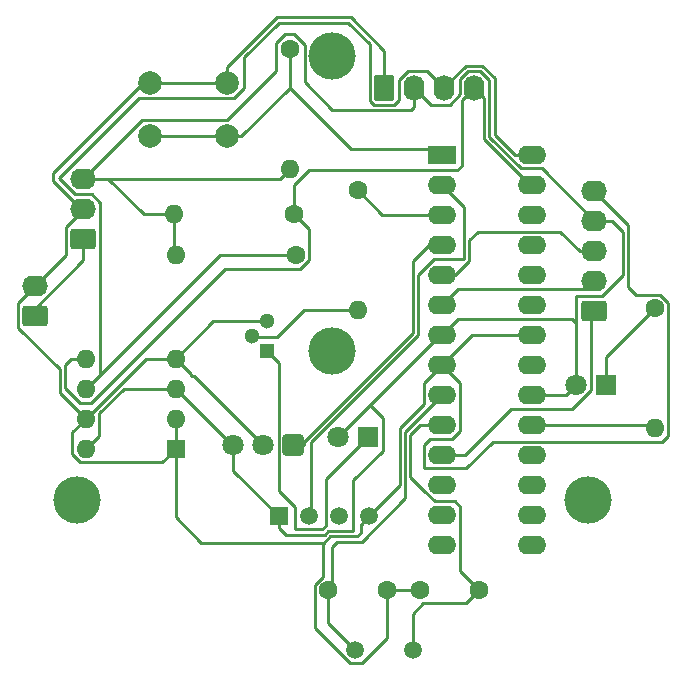
<source format=gbr>
%TF.GenerationSoftware,KiCad,Pcbnew,(6.0.7-1)-1*%
%TF.CreationDate,2022-10-17T13:14:10+05:30*%
%TF.ProjectId,Ac Temp Control ,41632054-656d-4702-9043-6f6e74726f6c,rev?*%
%TF.SameCoordinates,Original*%
%TF.FileFunction,Copper,L1,Top*%
%TF.FilePolarity,Positive*%
%FSLAX46Y46*%
G04 Gerber Fmt 4.6, Leading zero omitted, Abs format (unit mm)*
G04 Created by KiCad (PCBNEW (6.0.7-1)-1) date 2022-10-17 13:14:10*
%MOMM*%
%LPD*%
G01*
G04 APERTURE LIST*
G04 Aperture macros list*
%AMRoundRect*
0 Rectangle with rounded corners*
0 $1 Rounding radius*
0 $2 $3 $4 $5 $6 $7 $8 $9 X,Y pos of 4 corners*
0 Add a 4 corners polygon primitive as box body*
4,1,4,$2,$3,$4,$5,$6,$7,$8,$9,$2,$3,0*
0 Add four circle primitives for the rounded corners*
1,1,$1+$1,$2,$3*
1,1,$1+$1,$4,$5*
1,1,$1+$1,$6,$7*
1,1,$1+$1,$8,$9*
0 Add four rect primitives between the rounded corners*
20,1,$1+$1,$2,$3,$4,$5,0*
20,1,$1+$1,$4,$5,$6,$7,0*
20,1,$1+$1,$6,$7,$8,$9,0*
20,1,$1+$1,$8,$9,$2,$3,0*%
G04 Aperture macros list end*
%TA.AperFunction,ComponentPad*%
%ADD10R,2.400000X1.600000*%
%TD*%
%TA.AperFunction,ComponentPad*%
%ADD11O,2.400000X1.600000*%
%TD*%
%TA.AperFunction,ComponentPad*%
%ADD12C,1.500000*%
%TD*%
%TA.AperFunction,ComponentPad*%
%ADD13C,1.600000*%
%TD*%
%TA.AperFunction,ComponentPad*%
%ADD14O,1.600000X1.600000*%
%TD*%
%TA.AperFunction,ComponentPad*%
%ADD15RoundRect,0.250000X0.845000X-0.620000X0.845000X0.620000X-0.845000X0.620000X-0.845000X-0.620000X0*%
%TD*%
%TA.AperFunction,ComponentPad*%
%ADD16O,2.190000X1.740000*%
%TD*%
%TA.AperFunction,ComponentPad*%
%ADD17C,2.000000*%
%TD*%
%TA.AperFunction,ComponentPad*%
%ADD18R,1.600000X1.600000*%
%TD*%
%TA.AperFunction,ComponentPad*%
%ADD19RoundRect,0.250000X-0.620000X-0.845000X0.620000X-0.845000X0.620000X0.845000X-0.620000X0.845000X0*%
%TD*%
%TA.AperFunction,ComponentPad*%
%ADD20O,1.740000X2.190000*%
%TD*%
%TA.AperFunction,ComponentPad*%
%ADD21R,1.800000X1.800000*%
%TD*%
%TA.AperFunction,ComponentPad*%
%ADD22C,1.800000*%
%TD*%
%TA.AperFunction,ComponentPad*%
%ADD23RoundRect,0.250200X0.649800X0.649800X-0.649800X0.649800X-0.649800X-0.649800X0.649800X-0.649800X0*%
%TD*%
%TA.AperFunction,ComponentPad*%
%ADD24R,1.300000X1.300000*%
%TD*%
%TA.AperFunction,ComponentPad*%
%ADD25C,1.300000*%
%TD*%
%TA.AperFunction,ComponentPad*%
%ADD26R,1.500000X1.500000*%
%TD*%
%TA.AperFunction,ViaPad*%
%ADD27C,4.000000*%
%TD*%
%TA.AperFunction,Conductor*%
%ADD28C,0.250000*%
%TD*%
G04 APERTURE END LIST*
D10*
%TO.P,U1,1,~{RESET}/PC6*%
%TO.N,Net-(R3-Pad1)*%
X153781802Y-87906802D03*
D11*
%TO.P,U1,2,PD0*%
%TO.N,Net-(U1-Pad2)*%
X153781802Y-90446802D03*
%TO.P,U1,3,PD1*%
%TO.N,Net-(R1-Pad1)*%
X153781802Y-92986802D03*
%TO.P,U1,4,PD2*%
%TO.N,Net-(U1-Pad4)*%
X153781802Y-95526802D03*
%TO.P,U1,5,PD3*%
%TO.N,Net-(J2-Pad3)*%
X153781802Y-98066802D03*
%TO.P,U1,6,PD4*%
%TO.N,Net-(J2-Pad2)*%
X153781802Y-100606802D03*
%TO.P,U1,7,VCC*%
%TO.N,Net-(D1-Pad2)*%
X153781802Y-103146802D03*
%TO.P,U1,8,GND*%
%TO.N,GND*%
X153781802Y-105686802D03*
%TO.P,U1,9,XTAL1/PB6*%
%TO.N,Net-(C1-Pad1)*%
X153781802Y-108226802D03*
%TO.P,U1,10,XTAL2/PB7*%
%TO.N,Net-(C2-Pad1)*%
X153781802Y-110766802D03*
%TO.P,U1,11,PD5*%
%TO.N,Net-(J2-Pad1)*%
X153781802Y-113306802D03*
%TO.P,U1,12,PD6*%
%TO.N,unconnected-(U1-Pad12)*%
X153781802Y-115846802D03*
%TO.P,U1,13,PD7*%
%TO.N,unconnected-(U1-Pad13)*%
X153781802Y-118386802D03*
%TO.P,U1,14,PB0*%
%TO.N,unconnected-(U1-Pad14)*%
X153781802Y-120926802D03*
%TO.P,U1,15,PB1*%
%TO.N,unconnected-(U1-Pad15)*%
X161401802Y-120926802D03*
%TO.P,U1,16,PB2*%
%TO.N,unconnected-(U1-Pad16)*%
X161401802Y-118386802D03*
%TO.P,U1,17,PB3*%
%TO.N,unconnected-(U1-Pad17)*%
X161401802Y-115846802D03*
%TO.P,U1,18,PB4*%
%TO.N,unconnected-(U1-Pad18)*%
X161401802Y-113306802D03*
%TO.P,U1,19,PB5*%
%TO.N,Net-(R2-Pad2)*%
X161401802Y-110766802D03*
%TO.P,U1,20,AVCC*%
%TO.N,Net-(D1-Pad2)*%
X161401802Y-108226802D03*
%TO.P,U1,21,AREF*%
%TO.N,AREF*%
X161401802Y-105686802D03*
%TO.P,U1,22,GND*%
%TO.N,GND*%
X161401802Y-103146802D03*
%TO.P,U1,23,PC0*%
%TO.N,unconnected-(U1-Pad23)*%
X161401802Y-100606802D03*
%TO.P,U1,24,PC1*%
%TO.N,unconnected-(U1-Pad24)*%
X161401802Y-98066802D03*
%TO.P,U1,25,PC2*%
%TO.N,unconnected-(U1-Pad25)*%
X161401802Y-95526802D03*
%TO.P,U1,26,PC3*%
%TO.N,unconnected-(U1-Pad26)*%
X161401802Y-92986802D03*
%TO.P,U1,27,PC4*%
%TO.N,Net-(DISPLAY1-Pad4)*%
X161401802Y-90446802D03*
%TO.P,U1,28,PC5*%
%TO.N,Net-(DISPLAY1-Pad3)*%
X161401802Y-87906802D03*
%TD*%
D12*
%TO.P,Y1,1,1*%
%TO.N,Net-(C1-Pad1)*%
X146381802Y-129781802D03*
%TO.P,Y1,2,2*%
%TO.N,Net-(C2-Pad1)*%
X151281802Y-129781802D03*
%TD*%
D13*
%TO.P,R3,1*%
%TO.N,Net-(R3-Pad1)*%
X140881802Y-78901802D03*
D14*
%TO.P,R3,2*%
%TO.N,Net-(D1-Pad2)*%
X140881802Y-89061802D03*
%TD*%
D15*
%TO.P,VR1,1,IN*%
%TO.N,Net-(J1-Pad1)*%
X123401802Y-94971802D03*
D16*
%TO.P,VR1,2,GND*%
%TO.N,GND*%
X123401802Y-92431802D03*
%TO.P,VR1,3,OUT*%
%TO.N,Net-(D1-Pad2)*%
X123401802Y-89891802D03*
%TD*%
D17*
%TO.P,SW1,1,1*%
%TO.N,GND*%
X129081802Y-81781802D03*
X135581802Y-81781802D03*
%TO.P,SW1,2,2*%
%TO.N,Net-(R3-Pad1)*%
X129081802Y-86281802D03*
X135581802Y-86281802D03*
%TD*%
D13*
%TO.P,R1,1*%
%TO.N,Net-(R1-Pad1)*%
X146631802Y-90901802D03*
D14*
%TO.P,R1,2*%
%TO.N,Net-(Q1-Pad2)*%
X146631802Y-101061802D03*
%TD*%
D18*
%TO.P,U4,1,A0*%
%TO.N,GND*%
X131231802Y-112781802D03*
D14*
%TO.P,U4,2,A1*%
X131231802Y-110241802D03*
%TO.P,U4,3,A2*%
%TO.N,Net-(D1-Pad2)*%
X131231802Y-107701802D03*
%TO.P,U4,4,GND*%
%TO.N,GND*%
X131231802Y-105161802D03*
%TO.P,U4,5,SDA*%
%TO.N,Net-(DISPLAY1-Pad4)*%
X123611802Y-105161802D03*
%TO.P,U4,6,SCL*%
%TO.N,Net-(DISPLAY1-Pad3)*%
X123611802Y-107701802D03*
%TO.P,U4,7,WP*%
%TO.N,GND*%
X123611802Y-110241802D03*
%TO.P,U4,8,VCC*%
%TO.N,Net-(D1-Pad2)*%
X123611802Y-112781802D03*
%TD*%
D15*
%TO.P,J1,1,Pin_1*%
%TO.N,Net-(J1-Pad1)*%
X119281802Y-101531802D03*
D16*
%TO.P,J1,2,Pin_2*%
%TO.N,GND*%
X119281802Y-98991802D03*
%TD*%
D19*
%TO.P,DISPLAY1,1,GND*%
%TO.N,GND*%
X148871802Y-82201802D03*
D20*
%TO.P,DISPLAY1,2,VCC*%
%TO.N,Net-(D1-Pad2)*%
X151411802Y-82201802D03*
%TO.P,DISPLAY1,3,SCL*%
%TO.N,Net-(DISPLAY1-Pad3)*%
X153951802Y-82201802D03*
%TO.P,DISPLAY1,4,SDA*%
%TO.N,Net-(DISPLAY1-Pad4)*%
X156491802Y-82201802D03*
%TD*%
D13*
%TO.P,C1,1,1*%
%TO.N,Net-(C1-Pad1)*%
X144131802Y-124731802D03*
%TO.P,C1,2,2*%
%TO.N,GND*%
X149131802Y-124731802D03*
%TD*%
D21*
%TO.P,D1,1,K*%
%TO.N,Net-(D1-Pad1)*%
X167631802Y-107381802D03*
D22*
%TO.P,D1,2,A*%
%TO.N,Net-(D1-Pad2)*%
X165091802Y-107381802D03*
%TD*%
D13*
%TO.P,C2,1,1*%
%TO.N,Net-(C2-Pad1)*%
X156931802Y-124731802D03*
%TO.P,C2,2,2*%
%TO.N,GND*%
X151931802Y-124731802D03*
%TD*%
D15*
%TO.P,J2,1,Pin_1*%
%TO.N,Net-(J2-Pad1)*%
X166651802Y-101111802D03*
D16*
%TO.P,J2,2,Pin_2*%
%TO.N,Net-(J2-Pad2)*%
X166651802Y-98571802D03*
%TO.P,J2,3,Pin_3*%
%TO.N,Net-(J2-Pad3)*%
X166651802Y-96031802D03*
%TO.P,J2,4,Pin_4*%
%TO.N,Net-(D1-Pad2)*%
X166651802Y-93491802D03*
%TO.P,J2,5,Pin_5*%
%TO.N,GND*%
X166651802Y-90951802D03*
%TD*%
D13*
%TO.P,R5,1*%
%TO.N,Net-(DISPLAY1-Pad3)*%
X141381802Y-96331802D03*
D14*
%TO.P,R5,2*%
%TO.N,Net-(D1-Pad2)*%
X131221802Y-96331802D03*
%TD*%
D21*
%TO.P,D2,1*%
%TO.N,Net-(D2-PadA)*%
X147531802Y-111731802D03*
D22*
%TO.P,D2,2*%
%TO.N,Net-(D1-Pad2)*%
X144991802Y-111731802D03*
%TD*%
D13*
%TO.P,R2,1*%
%TO.N,Net-(D1-Pad1)*%
X171781802Y-100881802D03*
D14*
%TO.P,R2,2*%
%TO.N,Net-(R2-Pad2)*%
X171781802Y-111041802D03*
%TD*%
D23*
%TO.P,U3,1,OUT*%
%TO.N,Net-(U1-Pad4)*%
X141181802Y-112481802D03*
D22*
%TO.P,U3,2,GND*%
%TO.N,GND*%
X138641802Y-112481802D03*
%TO.P,U3,3,Vs*%
%TO.N,Net-(D1-Pad2)*%
X136101802Y-112481802D03*
%TD*%
D24*
%TO.P,Q1,1,C*%
%TO.N,Net-(D2-PadA)*%
X138981802Y-104521802D03*
D25*
%TO.P,Q1,2,B*%
%TO.N,Net-(Q1-Pad2)*%
X137711802Y-103251802D03*
%TO.P,Q1,3,E*%
%TO.N,GND*%
X138981802Y-101981802D03*
%TD*%
D13*
%TO.P,R4,1*%
%TO.N,Net-(DISPLAY1-Pad4)*%
X141281802Y-92931802D03*
D14*
%TO.P,R4,2*%
%TO.N,Net-(D1-Pad2)*%
X131121802Y-92931802D03*
%TD*%
D26*
%TO.P,U2,1,VCC*%
%TO.N,Net-(D1-Pad2)*%
X139969302Y-118484302D03*
D12*
%TO.P,U2,2,IO*%
%TO.N,Net-(U1-Pad2)*%
X142509302Y-118484302D03*
%TO.P,U2,3,NC*%
%TO.N,unconnected-(U2-Pad3)*%
X145049302Y-118484302D03*
%TO.P,U2,4,GND*%
%TO.N,GND*%
X147589302Y-118484302D03*
%TD*%
D27*
%TO.N,*%
X144481802Y-79531802D03*
X166131802Y-117081802D03*
X122831802Y-117081802D03*
X144481802Y-104531802D03*
%TD*%
D28*
%TO.N,GND*%
X172906802Y-100415811D02*
X172906802Y-111706802D01*
X147589302Y-118484302D02*
X146881802Y-119191802D01*
X123401802Y-92511802D02*
X123401802Y-92431802D01*
X130106802Y-113906802D02*
X131231802Y-112781802D01*
X152256802Y-108956802D02*
X152256802Y-107211802D01*
X150200000Y-111013604D02*
X152256802Y-108956802D01*
X123245406Y-92431802D02*
X123401802Y-92431802D01*
X156321802Y-103146802D02*
X161401802Y-103146802D01*
X122486802Y-113247793D02*
X123145811Y-113906802D01*
X146981802Y-130931802D02*
X146011522Y-130931802D01*
X133381802Y-120731802D02*
X131231802Y-118581802D01*
X120870406Y-90056802D02*
X123245406Y-92431802D01*
X143681802Y-123590811D02*
X143681802Y-120781802D01*
X152256802Y-107211802D02*
X153781802Y-105686802D01*
X155306802Y-107211802D02*
X153781802Y-105686802D01*
X132526802Y-106576802D02*
X132526802Y-106456802D01*
X121931802Y-93981802D02*
X123401802Y-92511802D01*
X152231802Y-112431802D02*
X152718603Y-111945001D01*
X121406802Y-106056802D02*
X121406802Y-108036802D01*
X129081802Y-81781802D02*
X128481802Y-81781802D01*
X152281802Y-114431802D02*
X152231802Y-114381802D01*
X131231802Y-105161802D02*
X128691802Y-105161802D01*
X147589302Y-118484302D02*
X150200000Y-115873604D01*
X122486802Y-111366802D02*
X122486802Y-113247793D01*
X143631802Y-120731802D02*
X133381802Y-120731802D01*
X153781802Y-105686802D02*
X156321802Y-103146802D01*
X138981802Y-101981802D02*
X134411802Y-101981802D01*
X172247793Y-99756802D02*
X172906802Y-100415811D01*
X166651802Y-90951802D02*
X169531802Y-93831802D01*
X128691802Y-105161802D02*
X123611802Y-110241802D01*
X119281802Y-98991802D02*
X117861802Y-100411802D01*
X120870406Y-89393198D02*
X120870406Y-90056802D01*
X132526802Y-106456802D02*
X131231802Y-105161802D01*
X148871802Y-79071802D02*
X148871802Y-82201802D01*
X131231802Y-118581802D02*
X131231802Y-112781802D01*
X143631802Y-120731802D02*
X143783196Y-120731802D01*
X172906802Y-111706802D02*
X172431802Y-112181802D01*
X117861802Y-100411802D02*
X117861802Y-102511802D01*
X132526802Y-106576802D02*
X132736802Y-106576802D01*
X139781802Y-76231802D02*
X146031802Y-76231802D01*
X149131802Y-124731802D02*
X151931802Y-124731802D01*
X117861802Y-102511802D02*
X121406802Y-106056802D01*
X158081802Y-112181802D02*
X155831802Y-114431802D01*
X152231802Y-114381802D02*
X152231802Y-112431802D01*
X128481802Y-81781802D02*
X120870406Y-89393198D01*
X132736802Y-106576802D02*
X138641802Y-112481802D01*
X155831802Y-114431802D02*
X152281802Y-114431802D01*
X146031802Y-76231802D02*
X148871802Y-79071802D01*
X143006802Y-124265811D02*
X143681802Y-123590811D01*
X129081802Y-81781802D02*
X135581802Y-81781802D01*
X135581802Y-80431802D02*
X139781802Y-76231802D01*
X143006802Y-127927082D02*
X143006802Y-124265811D01*
X123611802Y-110241802D02*
X122486802Y-111366802D01*
X135581802Y-81781802D02*
X135581802Y-80431802D01*
X154618603Y-111945001D02*
X155306802Y-111256802D01*
X149131802Y-124731802D02*
X149131802Y-128781802D01*
X172431802Y-112181802D02*
X158081802Y-112181802D01*
X136001802Y-82201802D02*
X135581802Y-81781802D01*
X169531802Y-93831802D02*
X169531802Y-99081802D01*
X131231802Y-110241802D02*
X131231802Y-112781802D01*
X143783196Y-120731802D02*
X144333196Y-120181802D01*
X149131802Y-128781802D02*
X146981802Y-130931802D01*
X119281802Y-98991802D02*
X121931802Y-96341802D01*
X146581802Y-120181802D02*
X144333196Y-120181802D01*
X169531802Y-99081802D02*
X170206802Y-99756802D01*
X121931802Y-96341802D02*
X121931802Y-93981802D01*
X121406802Y-108036802D02*
X123611802Y-110241802D01*
X143681802Y-120781802D02*
X143631802Y-120731802D01*
X155306802Y-111256802D02*
X155306802Y-107211802D01*
X134411802Y-101981802D02*
X131231802Y-105161802D01*
X146011522Y-130931802D02*
X143006802Y-127927082D01*
X146881802Y-119191802D02*
X146881802Y-119881802D01*
X150200000Y-115873604D02*
X150200000Y-111013604D01*
X146881802Y-119881802D02*
X146581802Y-120181802D01*
X123145811Y-113906802D02*
X130106802Y-113906802D01*
X170206802Y-99756802D02*
X172247793Y-99756802D01*
X152718603Y-111945001D02*
X154618603Y-111945001D01*
%TO.N,Net-(DISPLAY1-Pad4)*%
X141281802Y-92931802D02*
X142506802Y-94156802D01*
X122401802Y-105161802D02*
X123611802Y-105161802D01*
X141281802Y-92931802D02*
X141281802Y-90431802D01*
X155746802Y-82958183D02*
X155431802Y-83273183D01*
X141772793Y-97531802D02*
X135381802Y-97531802D01*
X142506802Y-96797793D02*
X141772793Y-97531802D01*
X156491802Y-82213183D02*
X156491802Y-82201802D01*
X156491802Y-82201802D02*
X155746802Y-82946802D01*
X142536802Y-89176802D02*
X155086802Y-89176802D01*
X123131802Y-108881802D02*
X121856802Y-107606802D01*
X157331802Y-86568198D02*
X161210406Y-90446802D01*
X157331802Y-83041802D02*
X157331802Y-86568198D01*
X155086802Y-89176802D02*
X155431802Y-88831802D01*
X124031802Y-108881802D02*
X123131802Y-108881802D01*
X121856802Y-105706802D02*
X122401802Y-105161802D01*
X142506802Y-94156802D02*
X142506802Y-96797793D01*
X141281802Y-90431802D02*
X142536802Y-89176802D01*
X121856802Y-107606802D02*
X121856802Y-105706802D01*
X155431802Y-88831802D02*
X155431802Y-83273183D01*
X161210406Y-90446802D02*
X161401802Y-90446802D01*
X156491802Y-82201802D02*
X157331802Y-83041802D01*
X155746802Y-82946802D02*
X155746802Y-82958183D01*
X155431802Y-83273183D02*
X156491802Y-82213183D01*
X135381802Y-97531802D02*
X124031802Y-108881802D01*
%TO.N,Net-(C1-Pad1)*%
X144431802Y-124431802D02*
X144431802Y-121081802D01*
X150650000Y-116943884D02*
X150650000Y-111358604D01*
X144131802Y-127531802D02*
X144131802Y-124731802D01*
X146962082Y-120631802D02*
X150650000Y-116943884D01*
X146381802Y-129781802D02*
X144131802Y-127531802D01*
X150650000Y-111358604D02*
X153781802Y-108226802D01*
X144131802Y-124731802D02*
X144431802Y-124431802D01*
X144881802Y-120631802D02*
X146962082Y-120631802D01*
X144431802Y-121081802D02*
X144881802Y-120631802D01*
%TO.N,Net-(C2-Pad1)*%
X153781802Y-110766802D02*
X151946802Y-110766802D01*
X152256802Y-116312792D02*
X153175812Y-117231802D01*
X151281802Y-129781802D02*
X151281802Y-126731802D01*
X155806802Y-125856802D02*
X156931802Y-124731802D01*
X151281802Y-126731802D02*
X152156802Y-125856802D01*
X152256802Y-116306802D02*
X152256802Y-116312792D01*
X151946802Y-110766802D02*
X151100000Y-111613604D01*
X151100000Y-115150000D02*
X152256802Y-116306802D01*
X155331802Y-117688200D02*
X155331802Y-123131802D01*
X154875404Y-117231802D02*
X155331802Y-117688200D01*
X151100000Y-111613604D02*
X151100000Y-115150000D01*
X152156802Y-125856802D02*
X155806802Y-125856802D01*
X153175812Y-117231802D02*
X154875404Y-117231802D01*
X155331802Y-123131802D02*
X156931802Y-124731802D01*
%TO.N,Net-(DISPLAY1-Pad3)*%
X124831802Y-106481802D02*
X124831802Y-91931802D01*
X157173183Y-80331802D02*
X158231802Y-81390421D01*
X121331802Y-89881802D02*
X128106802Y-83106802D01*
X158231802Y-86195406D02*
X159943198Y-87906802D01*
X141381802Y-96331802D02*
X134981802Y-96331802D01*
X134981802Y-96331802D02*
X123611802Y-107701802D01*
X150131802Y-81566817D02*
X150916817Y-80781802D01*
X150131802Y-83219975D02*
X150131802Y-81566817D01*
X153951802Y-82175406D02*
X155795406Y-80331802D01*
X159943198Y-87906802D02*
X161401802Y-87906802D01*
X147676802Y-83284975D02*
X148013629Y-83621802D01*
X147676802Y-78513198D02*
X147676802Y-83284975D01*
X124136802Y-91236802D02*
X122686802Y-91236802D01*
X145845406Y-76681802D02*
X147676802Y-78513198D01*
X149729975Y-83621802D02*
X150131802Y-83219975D01*
X136156802Y-83106802D02*
X137031802Y-82231802D01*
X148013629Y-83621802D02*
X149729975Y-83621802D01*
X128106802Y-83106802D02*
X136156802Y-83106802D01*
X152531802Y-80781802D02*
X153951802Y-82201802D01*
X137031802Y-82231802D02*
X137031802Y-79618198D01*
X150916817Y-80781802D02*
X152531802Y-80781802D01*
X122686802Y-91236802D02*
X121331802Y-89881802D01*
X139968198Y-76681802D02*
X145845406Y-76681802D01*
X158231802Y-81390421D02*
X158231802Y-86195406D01*
X153951802Y-82201802D02*
X153951802Y-82175406D01*
X124831802Y-91931802D02*
X124136802Y-91236802D01*
X123611802Y-107701802D02*
X124831802Y-106481802D01*
X137031802Y-79618198D02*
X139968198Y-76681802D01*
X155795406Y-80331802D02*
X157173183Y-80331802D01*
%TO.N,Net-(J2-Pad1)*%
X166406802Y-107799214D02*
X166406802Y-101356802D01*
X164791015Y-109415001D02*
X166406802Y-107799214D01*
X153781802Y-113306802D02*
X155706802Y-113306802D01*
X159598603Y-109415001D02*
X164791015Y-109415001D01*
X166406802Y-101356802D02*
X166651802Y-101111802D01*
X155706802Y-113306802D02*
X159598603Y-109415001D01*
%TO.N,Net-(Q1-Pad2)*%
X142079693Y-101061802D02*
X139839693Y-103301802D01*
X137761802Y-103301802D02*
X137711802Y-103251802D01*
X146631802Y-101061802D02*
X142079693Y-101061802D01*
X139839693Y-103301802D02*
X137761802Y-103301802D01*
%TO.N,Net-(D1-Pad1)*%
X167631802Y-107381802D02*
X168331802Y-107381802D01*
X167631802Y-107381802D02*
X167631802Y-105031802D01*
X167631802Y-105031802D02*
X171781802Y-100881802D01*
%TO.N,Net-(J2-Pad2)*%
X153781802Y-100606802D02*
X155156802Y-99231802D01*
X165991802Y-99231802D02*
X166651802Y-98571802D01*
X155156802Y-99231802D02*
X165991802Y-99231802D01*
%TO.N,Net-(J2-Pad3)*%
X163801802Y-94401802D02*
X165431802Y-96031802D01*
X156081802Y-95131802D02*
X156811802Y-94401802D01*
X165431802Y-96031802D02*
X166651802Y-96031802D01*
X156811802Y-94401802D02*
X163801802Y-94401802D01*
X154883198Y-98066802D02*
X156081802Y-96868198D01*
X166131802Y-96031802D02*
X166651802Y-96031802D01*
X153781802Y-98066802D02*
X154883198Y-98066802D01*
X156081802Y-96868198D02*
X156081802Y-95131802D01*
%TO.N,Net-(R1-Pad1)*%
X148716802Y-92986802D02*
X146631802Y-90901802D01*
X153781802Y-92986802D02*
X148716802Y-92986802D01*
%TO.N,Net-(J1-Pad1)*%
X123401802Y-96786787D02*
X123401802Y-94971802D01*
X119281802Y-101531802D02*
X119281802Y-100906787D01*
X119281802Y-100906787D02*
X123401802Y-96786787D01*
%TO.N,Net-(D1-Pad2)*%
X148781802Y-110131802D02*
X147686802Y-109036802D01*
X155143202Y-101785402D02*
X153781802Y-103146802D01*
X131231802Y-107701802D02*
X136011802Y-112481802D01*
X144471802Y-84071802D02*
X151191802Y-84071802D01*
X139756802Y-78435811D02*
X140510811Y-77681802D01*
X139756802Y-80756802D02*
X139756802Y-78435811D01*
X165091802Y-107381802D02*
X164241802Y-108231802D01*
X140510811Y-77681802D02*
X141252793Y-77681802D01*
X139969302Y-118484302D02*
X139969302Y-119484302D01*
X154446787Y-83621802D02*
X155296802Y-82771787D01*
X160431802Y-89031802D02*
X162235404Y-89031802D01*
X153576802Y-103146802D02*
X144991802Y-111731802D01*
X151411802Y-82201802D02*
X152831802Y-83621802D01*
X153781802Y-103146802D02*
X153781802Y-103431802D01*
X165091802Y-102091802D02*
X164785402Y-101785402D01*
X124736802Y-109776802D02*
X126811802Y-107701802D01*
X136101802Y-112481802D02*
X136101802Y-114616802D01*
X139969302Y-119484302D02*
X140528603Y-120043603D01*
X167306787Y-99831802D02*
X169081802Y-98056787D01*
X136011802Y-112481802D02*
X136101802Y-112481802D01*
X123401802Y-89891802D02*
X125491802Y-89891802D01*
X169081802Y-94381802D02*
X168191802Y-93491802D01*
X144146800Y-119731802D02*
X146281802Y-119731802D01*
X141252793Y-77681802D02*
X142156802Y-78585811D01*
X165091802Y-102091802D02*
X165091802Y-99871657D01*
X142156802Y-81756802D02*
X144471802Y-84071802D01*
X160431802Y-89031802D02*
X157781802Y-86381802D01*
X161406802Y-108231802D02*
X161401802Y-108226802D01*
X165131657Y-99831802D02*
X167306787Y-99831802D01*
X128531802Y-92931802D02*
X131121802Y-92931802D01*
X143834999Y-120043603D02*
X144146800Y-119731802D01*
X165091802Y-99871657D02*
X165131657Y-99831802D01*
X131121802Y-96231802D02*
X131221802Y-96331802D01*
X148781802Y-112931802D02*
X148781802Y-110131802D01*
X125491802Y-89891802D02*
X128531802Y-92931802D01*
X155296802Y-81466802D02*
X155981802Y-80781802D01*
X140051802Y-89891802D02*
X123401802Y-89891802D01*
X146281802Y-119731802D02*
X146281802Y-115431802D01*
X157781802Y-81576817D02*
X157781802Y-86381802D01*
X142156802Y-78585811D02*
X142156802Y-81756802D01*
X169081802Y-98056787D02*
X169081802Y-94381802D01*
X166651802Y-93448200D02*
X166651802Y-93491802D01*
X151191802Y-84071802D02*
X151411802Y-83851802D01*
X146281802Y-115431802D02*
X148781802Y-112931802D01*
X168191802Y-93491802D02*
X166651802Y-93491802D01*
X165091802Y-107381802D02*
X165091802Y-102091802D01*
X140881802Y-89061802D02*
X140051802Y-89891802D01*
X123401802Y-89891802D02*
X128336802Y-84956802D01*
X151411802Y-83851802D02*
X151411802Y-82201802D01*
X123611802Y-112781802D02*
X124736802Y-111656802D01*
X164785402Y-101785402D02*
X155143202Y-101785402D01*
X155981802Y-80781802D02*
X156986787Y-80781802D01*
X124736802Y-111656802D02*
X124736802Y-109776802D01*
X144991802Y-111521802D02*
X144991802Y-111731802D01*
X162235404Y-89031802D02*
X166651802Y-93448200D01*
X164241802Y-108231802D02*
X161406802Y-108231802D01*
X140528603Y-120043603D02*
X143834999Y-120043603D01*
X126811802Y-107701802D02*
X131231802Y-107701802D01*
X153781802Y-103146802D02*
X153576802Y-103146802D01*
X152831802Y-83621802D02*
X154446787Y-83621802D01*
X135556802Y-84956802D02*
X139756802Y-80756802D01*
X156986787Y-80781802D02*
X157781802Y-81576817D01*
X136101802Y-114616802D02*
X139969302Y-118484302D01*
X155296802Y-82771787D02*
X155296802Y-81466802D01*
X131121802Y-92931802D02*
X131121802Y-96231802D01*
X128336802Y-84956802D02*
X135556802Y-84956802D01*
%TO.N,Net-(D2-PadA)*%
X141370001Y-119593603D02*
X143648603Y-119593603D01*
X143931802Y-115331802D02*
X147531802Y-111731802D01*
X139956802Y-105496802D02*
X139956802Y-116321802D01*
X138981802Y-104521802D02*
X139956802Y-105496802D01*
X143931802Y-119310404D02*
X143931802Y-115331802D01*
X143648603Y-119593603D02*
X143931802Y-119310404D01*
X141370001Y-117735001D02*
X141370001Y-119593603D01*
X139956802Y-116321802D02*
X141370001Y-117735001D01*
%TO.N,Net-(R2-Pad2)*%
X161401802Y-110766802D02*
X171506802Y-110766802D01*
X171506802Y-110766802D02*
X171781802Y-111041802D01*
%TO.N,Net-(R3-Pad1)*%
X146081802Y-87381802D02*
X153256802Y-87381802D01*
X153256802Y-87381802D02*
X153781802Y-87906802D01*
X140881802Y-82181802D02*
X146081802Y-87381802D01*
X136781802Y-86281802D02*
X140881802Y-82181802D01*
X129081802Y-86281802D02*
X135581802Y-86281802D01*
X140881802Y-82181802D02*
X140881802Y-78901802D01*
X135581802Y-86281802D02*
X136781802Y-86281802D01*
%TO.N,Net-(U1-Pad2)*%
X142681802Y-118311802D02*
X142681802Y-112231802D01*
X142509302Y-118484302D02*
X142681802Y-118311802D01*
X155631802Y-96681802D02*
X155631802Y-92296802D01*
X155631802Y-92296802D02*
X153781802Y-90446802D01*
X151781802Y-103131802D02*
X151781802Y-98031802D01*
X142681802Y-112231802D02*
X151781802Y-103131802D01*
X151781802Y-98031802D02*
X153131802Y-96681802D01*
X153131802Y-96681802D02*
X155631802Y-96681802D01*
%TO.N,Net-(U1-Pad4)*%
X151331802Y-102945406D02*
X151331802Y-96845406D01*
X152650406Y-95526802D02*
X153781802Y-95526802D01*
X142059302Y-112481802D02*
X142059302Y-112217906D01*
X142059302Y-112217906D02*
X151331802Y-102945406D01*
X141181802Y-112481802D02*
X142059302Y-112481802D01*
X151331802Y-96845406D02*
X152650406Y-95526802D01*
%TD*%
M02*

</source>
